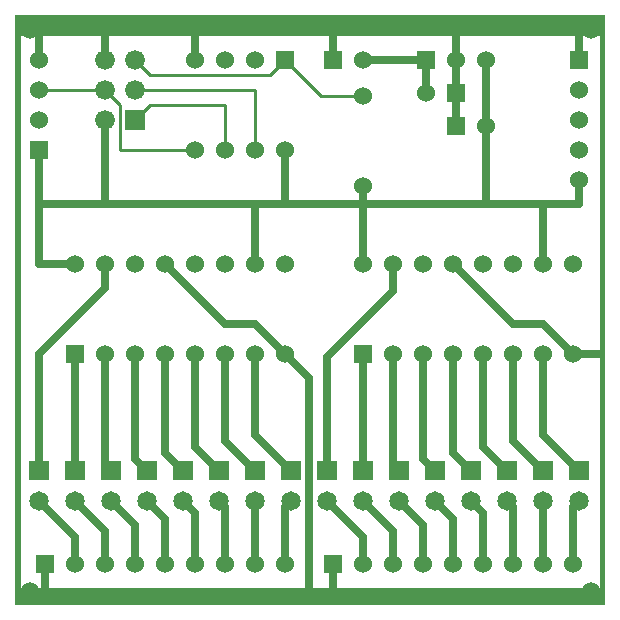
<source format=gbr>
G04 start of page 2 for group 0 idx 0 *
G04 Title: binwatch-mini, top *
G04 Creator: pcb 4.0.0 *
G04 CreationDate: Sun Apr 23 22:16:30 2017 UTC *
G04 For: max *
G04 Format: Gerber/RS-274X *
G04 PCB-Dimensions (mm): 50.00 50.00 *
G04 PCB-Coordinate-Origin: lower left *
%MOMM*%
%FSLAX43Y43*%
%LNTOP*%
%ADD22C,0.965*%
%ADD21C,1.168*%
%ADD20C,1.092*%
%ADD19C,0.711*%
%ADD18C,0.889*%
%ADD17C,3.175*%
%ADD16C,1.676*%
%ADD15C,1.651*%
%ADD14C,1.524*%
%ADD13C,0.254*%
%ADD12C,0.635*%
%ADD11C,0.002*%
G54D11*G36*
X508Y50000D02*Y216D01*
X0D01*
Y50000D01*
X508D01*
G37*
G36*
X0Y1486D02*X50000D01*
Y0D01*
X0D01*
Y1486D01*
G37*
G36*
X49530Y50000D02*X50000D01*
Y0D01*
X49530D01*
Y50000D01*
G37*
G36*
X0D02*X50000D01*
Y48222D01*
X0D01*
Y50000D01*
G37*
G54D12*X12700Y28918D02*X17780Y23838D01*
X7620Y28918D02*Y26886D01*
X15240Y46190D02*Y48476D01*
X7620Y46444D02*Y48730D01*
G54D13*X11430Y44920D02*X10160Y46190D01*
X20320Y43650D02*Y38570D01*
X21590Y44920D02*X11430D01*
X20320Y43650D02*X10160D01*
X17780Y38570D02*Y42380D01*
X11430D01*
G54D12*X2032Y28918D02*Y38570D01*
Y46190D02*Y48730D01*
X7620Y41364D02*Y33998D01*
G54D13*X11430Y42380D02*X10160Y41110D01*
X15240Y38570D02*X8890D01*
Y42380D01*
X7620Y43650D01*
X2032D01*
G54D12*X2540Y3518D02*Y1486D01*
X20320Y3518D02*Y8852D01*
X17780Y8344D02*X17272Y8852D01*
X17780Y3518D02*Y8344D01*
X15240Y7836D02*X14224Y8852D01*
X15240Y3518D02*Y7836D01*
X12700Y7328D02*X11176Y8852D01*
X12700Y3518D02*Y7328D01*
X10160Y6820D02*X8128Y8852D01*
X7620Y6312D02*X5080Y8852D01*
Y5804D02*X2032Y8852D01*
X10160Y3518D02*Y6820D01*
X7620Y3518D02*Y6312D01*
X5080Y3518D02*Y5804D01*
G54D13*X22860Y28918D02*X23114D01*
G54D12*X24892Y19266D02*X20320Y23838D01*
X17780D02*X20320D01*
Y14440D02*X23368Y11392D01*
X20320Y21298D02*Y14440D01*
X17780Y13932D02*X20320Y11392D01*
X17780Y21298D02*Y13932D01*
X15240Y13424D02*X17272Y11392D01*
X15240Y21298D02*Y13424D01*
X12700Y12916D02*X14224Y11392D01*
X12700Y21298D02*Y12916D01*
X10160Y12408D02*X11176Y11392D01*
X7620Y11900D02*X8128Y11392D01*
X10160Y21298D02*Y12408D01*
X7620Y21298D02*Y11900D01*
X5080Y21298D02*Y11392D01*
X7620Y26886D02*X2032Y21298D01*
Y11392D01*
X5080Y28918D02*X2032D01*
Y33998D02*X47752D01*
X20320Y28918D02*Y33998D01*
X29464Y28918D02*Y35522D01*
G54D13*X21590Y44920D02*X22860Y46190D01*
G54D12*Y38570D02*Y33998D01*
X47244Y21298D02*X49530D01*
X37338Y40602D02*Y46190D01*
X34798D02*Y43396D01*
X29464Y46190D02*X34798D01*
G54D13*X29464Y43142D02*X25908D01*
X22860Y46190D01*
G54D12*X26924D02*Y48730D01*
X44704Y23838D02*X47244Y21298D01*
X42164Y23838D02*X44704D01*
X37084Y28918D02*X42164Y23838D01*
X32004Y28918D02*Y26632D01*
G54D13*X47244Y28918D02*Y29172D01*
G54D12*X47752Y46190D02*Y48222D01*
Y33998D02*Y36030D01*
X44704Y28918D02*Y33998D01*
Y14440D02*X47752Y11392D01*
X44704Y21298D02*Y14440D01*
X42164Y13932D02*X44704Y11392D01*
X42164Y21298D02*Y13932D01*
X39624Y13424D02*X41656Y11392D01*
X34544Y12408D02*X35560Y11392D01*
X32004Y11900D02*X32512Y11392D01*
X39624Y21298D02*Y13424D01*
X37338Y46190D02*Y48476D01*
X39878Y46190D02*Y33998D01*
X37084Y12916D02*X38608Y11392D01*
X37084Y21298D02*Y12916D01*
X34544Y21298D02*Y12408D01*
X32004Y21298D02*Y11900D01*
X26924Y3518D02*Y978D01*
X22860Y8344D02*X23368Y8852D01*
X22860Y3518D02*Y8344D01*
X29464Y5804D02*X26416Y8852D01*
X29464Y11392D02*Y21298D01*
X32004Y26632D02*X26416Y21044D01*
Y11392D01*
X24892Y19266D02*Y724D01*
X47244Y8344D02*X47752Y8852D01*
X47244Y3518D02*Y8344D01*
X44704Y3518D02*Y8852D01*
X42164Y8344D02*X41656Y8852D01*
X42164Y3518D02*Y8344D01*
X39624Y7836D02*X38608Y8852D01*
X39624Y3518D02*Y7836D01*
X37084Y7328D02*X35560Y8852D01*
X34544Y6820D02*X32512Y8852D01*
X32004Y6312D02*X29464Y8852D01*
X37084Y3518D02*Y7328D01*
X34544Y3518D02*Y6820D01*
X32004Y3518D02*Y6312D01*
X29464Y3518D02*Y5804D01*
G54D11*G36*
X1270Y39332D02*Y37808D01*
X2794D01*
Y39332D01*
X1270D01*
G37*
G54D14*X2032Y41110D03*
Y43650D03*
Y46190D03*
G54D11*G36*
X1778Y4280D02*Y2756D01*
X3302D01*
Y4280D01*
X1778D01*
G37*
G36*
X19494Y12218D02*Y10566D01*
X21146D01*
Y12218D01*
X19494D01*
G37*
G36*
X13398D02*Y10566D01*
X15050D01*
Y12218D01*
X13398D01*
G37*
G36*
X16446D02*Y10566D01*
X18098D01*
Y12218D01*
X16446D01*
G37*
G54D15*X20320Y8852D03*
X14224D03*
X17272D03*
G54D14*X15240Y3518D03*
X17780D03*
X20320D03*
X22860D03*
G54D11*G36*
X22098Y46952D02*Y45428D01*
X23622D01*
Y46952D01*
X22098D01*
G37*
G54D14*X22860Y38570D03*
X20320Y46190D03*
Y38570D03*
X17780Y46190D03*
X15240D03*
Y38570D03*
X17780D03*
G54D11*G36*
X4318Y22060D02*Y20536D01*
X5842D01*
Y22060D01*
X4318D01*
G37*
G54D14*X7620Y21298D03*
X10160D03*
X12700D03*
X15240D03*
Y28918D03*
X12700D03*
X10160D03*
X7620D03*
X5080D03*
G54D11*G36*
X9322Y41948D02*Y40272D01*
X10998D01*
Y41948D01*
X9322D01*
G37*
G54D16*X7620Y41110D03*
X10160Y43650D03*
X7620D03*
X10160Y46190D03*
X7620D03*
G54D11*G36*
X1206Y12218D02*Y10566D01*
X2858D01*
Y12218D01*
X1206D01*
G37*
G36*
X4254D02*Y10566D01*
X5906D01*
Y12218D01*
X4254D01*
G37*
G36*
X7302D02*Y10566D01*
X8954D01*
Y12218D01*
X7302D01*
G37*
G36*
X10350D02*Y10566D01*
X12002D01*
Y12218D01*
X10350D01*
G37*
G54D15*X2032Y8852D03*
X5080D03*
X8128D03*
X11176D03*
G54D14*X5080Y3518D03*
X7620D03*
X10160D03*
X12700D03*
G54D11*G36*
X46990Y46952D02*Y45428D01*
X48514D01*
Y46952D01*
X46990D01*
G37*
G54D14*X47752Y43650D03*
Y41110D03*
Y38570D03*
Y36030D03*
G54D11*G36*
X34036Y46952D02*Y45428D01*
X35560D01*
Y46952D01*
X34036D01*
G37*
G54D14*X34798Y43396D03*
X37338Y46190D03*
G54D11*G36*
X36576Y44158D02*Y42634D01*
X38100D01*
Y44158D01*
X36576D01*
G37*
G36*
Y41364D02*Y39840D01*
X38100D01*
Y41364D01*
X36576D01*
G37*
G54D14*X39878Y46190D03*
Y40602D03*
G54D11*G36*
X26162Y46952D02*Y45428D01*
X27686D01*
Y46952D01*
X26162D01*
G37*
G54D14*X29464Y46190D03*
Y35522D03*
Y43142D03*
G54D11*G36*
X22542Y12218D02*Y10566D01*
X24194D01*
Y12218D01*
X22542D01*
G37*
G54D15*X23368Y8852D03*
G54D14*X17780Y21298D03*
X20320D03*
X22860D03*
Y28918D03*
X20320D03*
X17780D03*
G54D11*G36*
X28702Y22060D02*Y20536D01*
X30226D01*
Y22060D01*
X28702D01*
G37*
G54D14*X32004Y21298D03*
X34544D03*
X37084D03*
X39624D03*
Y28918D03*
X37084D03*
X34544D03*
X32004D03*
X29464D03*
X42164Y21298D03*
Y28918D03*
X44704Y21298D03*
Y28918D03*
X47244Y21298D03*
Y28918D03*
G54D11*G36*
X25590Y12218D02*Y10566D01*
X27242D01*
Y12218D01*
X25590D01*
G37*
G36*
X28638D02*Y10566D01*
X30290D01*
Y12218D01*
X28638D01*
G37*
G36*
X31686D02*Y10566D01*
X33338D01*
Y12218D01*
X31686D01*
G37*
G36*
X34734D02*Y10566D01*
X36386D01*
Y12218D01*
X34734D01*
G37*
G54D15*X26416Y8852D03*
X29464D03*
X32512D03*
X35560D03*
G54D11*G36*
X26162Y4280D02*Y2756D01*
X27686D01*
Y4280D01*
X26162D01*
G37*
G54D14*X29464Y3518D03*
X32004D03*
G54D11*G36*
X37782Y12218D02*Y10566D01*
X39434D01*
Y12218D01*
X37782D01*
G37*
G36*
X43878D02*Y10566D01*
X45530D01*
Y12218D01*
X43878D01*
G37*
G36*
X46926D02*Y10566D01*
X48578D01*
Y12218D01*
X46926D01*
G37*
G54D15*X38608Y8852D03*
X44704D03*
X47752D03*
G54D11*G36*
X40830Y12218D02*Y10566D01*
X42482D01*
Y12218D01*
X40830D01*
G37*
G54D15*X41656Y8852D03*
G54D14*X34544Y3518D03*
X37084D03*
X39624D03*
X42164D03*
X44704D03*
X47244D03*
X1270Y48730D03*
X48768D03*
Y1232D03*
X1270D03*
G54D17*G54D18*G54D17*G54D18*G54D19*G54D20*G54D19*G54D21*G54D20*G54D19*G54D22*G54D19*G54D20*G54D19*G54D20*G54D19*G54D20*G54D19*M02*

</source>
